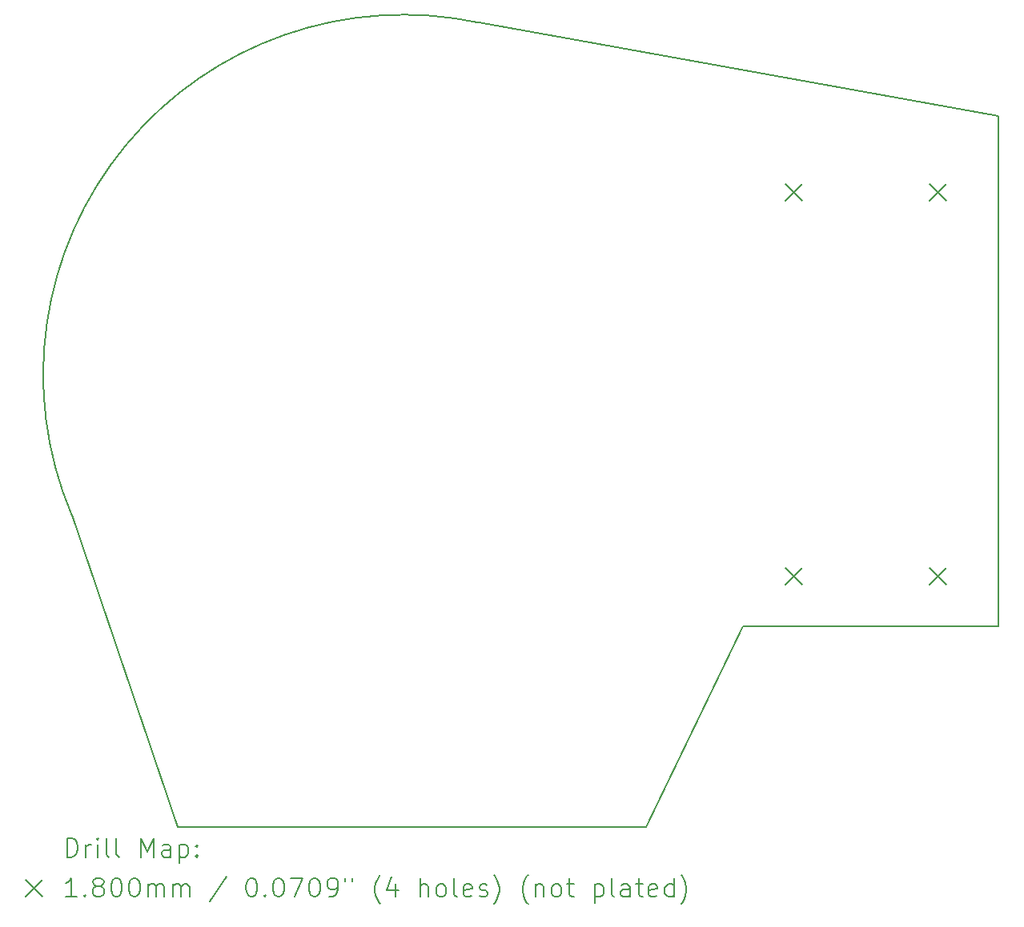
<source format=gbr>
%TF.GenerationSoftware,KiCad,Pcbnew,8.0.8*%
%TF.CreationDate,2025-03-20T22:04:10-04:00*%
%TF.ProjectId,EMP_Cyclone_SAO_v1,454d505f-4379-4636-9c6f-6e655f53414f,rev?*%
%TF.SameCoordinates,Original*%
%TF.FileFunction,Drillmap*%
%TF.FilePolarity,Positive*%
%FSLAX45Y45*%
G04 Gerber Fmt 4.5, Leading zero omitted, Abs format (unit mm)*
G04 Created by KiCad (PCBNEW 8.0.8) date 2025-03-20 22:04:10*
%MOMM*%
%LPD*%
G01*
G04 APERTURE LIST*
%ADD10C,0.200000*%
%ADD11C,0.180000*%
G04 APERTURE END LIST*
D10*
X7525000Y-14825000D02*
X12475000Y-14825000D01*
X12475000Y-14825000D02*
X13499982Y-12699992D01*
X16200000Y-12700000D02*
X16200000Y-7300000D01*
X13500000Y-12700000D02*
X16200000Y-12700000D01*
X7525000Y-14825000D02*
X6400000Y-11525000D01*
X6400000Y-11525000D02*
G75*
G02*
X10708155Y-6313907I3508155J1486093D01*
G01*
X16200000Y-7300000D02*
X10708155Y-6313907D01*
D11*
X13948000Y-8019000D02*
X14128000Y-8199000D01*
X14128000Y-8019000D02*
X13948000Y-8199000D01*
X13948000Y-12083000D02*
X14128000Y-12263000D01*
X14128000Y-12083000D02*
X13948000Y-12263000D01*
X15472000Y-8019000D02*
X15652000Y-8199000D01*
X15652000Y-8019000D02*
X15472000Y-8199000D01*
X15472000Y-12083000D02*
X15652000Y-12263000D01*
X15652000Y-12083000D02*
X15472000Y-12263000D01*
D10*
X6348994Y-15146484D02*
X6348994Y-14946484D01*
X6348994Y-14946484D02*
X6396613Y-14946484D01*
X6396613Y-14946484D02*
X6425185Y-14956008D01*
X6425185Y-14956008D02*
X6444232Y-14975055D01*
X6444232Y-14975055D02*
X6453756Y-14994103D01*
X6453756Y-14994103D02*
X6463280Y-15032198D01*
X6463280Y-15032198D02*
X6463280Y-15060769D01*
X6463280Y-15060769D02*
X6453756Y-15098865D01*
X6453756Y-15098865D02*
X6444232Y-15117912D01*
X6444232Y-15117912D02*
X6425185Y-15136960D01*
X6425185Y-15136960D02*
X6396613Y-15146484D01*
X6396613Y-15146484D02*
X6348994Y-15146484D01*
X6548994Y-15146484D02*
X6548994Y-15013150D01*
X6548994Y-15051246D02*
X6558518Y-15032198D01*
X6558518Y-15032198D02*
X6568042Y-15022674D01*
X6568042Y-15022674D02*
X6587089Y-15013150D01*
X6587089Y-15013150D02*
X6606137Y-15013150D01*
X6672804Y-15146484D02*
X6672804Y-15013150D01*
X6672804Y-14946484D02*
X6663280Y-14956008D01*
X6663280Y-14956008D02*
X6672804Y-14965531D01*
X6672804Y-14965531D02*
X6682327Y-14956008D01*
X6682327Y-14956008D02*
X6672804Y-14946484D01*
X6672804Y-14946484D02*
X6672804Y-14965531D01*
X6796613Y-15146484D02*
X6777565Y-15136960D01*
X6777565Y-15136960D02*
X6768042Y-15117912D01*
X6768042Y-15117912D02*
X6768042Y-14946484D01*
X6901375Y-15146484D02*
X6882327Y-15136960D01*
X6882327Y-15136960D02*
X6872804Y-15117912D01*
X6872804Y-15117912D02*
X6872804Y-14946484D01*
X7129946Y-15146484D02*
X7129946Y-14946484D01*
X7129946Y-14946484D02*
X7196613Y-15089341D01*
X7196613Y-15089341D02*
X7263280Y-14946484D01*
X7263280Y-14946484D02*
X7263280Y-15146484D01*
X7444232Y-15146484D02*
X7444232Y-15041722D01*
X7444232Y-15041722D02*
X7434708Y-15022674D01*
X7434708Y-15022674D02*
X7415661Y-15013150D01*
X7415661Y-15013150D02*
X7377565Y-15013150D01*
X7377565Y-15013150D02*
X7358518Y-15022674D01*
X7444232Y-15136960D02*
X7425185Y-15146484D01*
X7425185Y-15146484D02*
X7377565Y-15146484D01*
X7377565Y-15146484D02*
X7358518Y-15136960D01*
X7358518Y-15136960D02*
X7348994Y-15117912D01*
X7348994Y-15117912D02*
X7348994Y-15098865D01*
X7348994Y-15098865D02*
X7358518Y-15079817D01*
X7358518Y-15079817D02*
X7377565Y-15070293D01*
X7377565Y-15070293D02*
X7425185Y-15070293D01*
X7425185Y-15070293D02*
X7444232Y-15060769D01*
X7539470Y-15013150D02*
X7539470Y-15213150D01*
X7539470Y-15022674D02*
X7558518Y-15013150D01*
X7558518Y-15013150D02*
X7596613Y-15013150D01*
X7596613Y-15013150D02*
X7615661Y-15022674D01*
X7615661Y-15022674D02*
X7625185Y-15032198D01*
X7625185Y-15032198D02*
X7634708Y-15051246D01*
X7634708Y-15051246D02*
X7634708Y-15108388D01*
X7634708Y-15108388D02*
X7625185Y-15127436D01*
X7625185Y-15127436D02*
X7615661Y-15136960D01*
X7615661Y-15136960D02*
X7596613Y-15146484D01*
X7596613Y-15146484D02*
X7558518Y-15146484D01*
X7558518Y-15146484D02*
X7539470Y-15136960D01*
X7720423Y-15127436D02*
X7729946Y-15136960D01*
X7729946Y-15136960D02*
X7720423Y-15146484D01*
X7720423Y-15146484D02*
X7710899Y-15136960D01*
X7710899Y-15136960D02*
X7720423Y-15127436D01*
X7720423Y-15127436D02*
X7720423Y-15146484D01*
X7720423Y-15022674D02*
X7729946Y-15032198D01*
X7729946Y-15032198D02*
X7720423Y-15041722D01*
X7720423Y-15041722D02*
X7710899Y-15032198D01*
X7710899Y-15032198D02*
X7720423Y-15022674D01*
X7720423Y-15022674D02*
X7720423Y-15041722D01*
D11*
X5908217Y-15385000D02*
X6088217Y-15565000D01*
X6088217Y-15385000D02*
X5908217Y-15565000D01*
D10*
X6453756Y-15566484D02*
X6339470Y-15566484D01*
X6396613Y-15566484D02*
X6396613Y-15366484D01*
X6396613Y-15366484D02*
X6377565Y-15395055D01*
X6377565Y-15395055D02*
X6358518Y-15414103D01*
X6358518Y-15414103D02*
X6339470Y-15423627D01*
X6539470Y-15547436D02*
X6548994Y-15556960D01*
X6548994Y-15556960D02*
X6539470Y-15566484D01*
X6539470Y-15566484D02*
X6529946Y-15556960D01*
X6529946Y-15556960D02*
X6539470Y-15547436D01*
X6539470Y-15547436D02*
X6539470Y-15566484D01*
X6663280Y-15452198D02*
X6644232Y-15442674D01*
X6644232Y-15442674D02*
X6634708Y-15433150D01*
X6634708Y-15433150D02*
X6625185Y-15414103D01*
X6625185Y-15414103D02*
X6625185Y-15404579D01*
X6625185Y-15404579D02*
X6634708Y-15385531D01*
X6634708Y-15385531D02*
X6644232Y-15376008D01*
X6644232Y-15376008D02*
X6663280Y-15366484D01*
X6663280Y-15366484D02*
X6701375Y-15366484D01*
X6701375Y-15366484D02*
X6720423Y-15376008D01*
X6720423Y-15376008D02*
X6729946Y-15385531D01*
X6729946Y-15385531D02*
X6739470Y-15404579D01*
X6739470Y-15404579D02*
X6739470Y-15414103D01*
X6739470Y-15414103D02*
X6729946Y-15433150D01*
X6729946Y-15433150D02*
X6720423Y-15442674D01*
X6720423Y-15442674D02*
X6701375Y-15452198D01*
X6701375Y-15452198D02*
X6663280Y-15452198D01*
X6663280Y-15452198D02*
X6644232Y-15461722D01*
X6644232Y-15461722D02*
X6634708Y-15471246D01*
X6634708Y-15471246D02*
X6625185Y-15490293D01*
X6625185Y-15490293D02*
X6625185Y-15528388D01*
X6625185Y-15528388D02*
X6634708Y-15547436D01*
X6634708Y-15547436D02*
X6644232Y-15556960D01*
X6644232Y-15556960D02*
X6663280Y-15566484D01*
X6663280Y-15566484D02*
X6701375Y-15566484D01*
X6701375Y-15566484D02*
X6720423Y-15556960D01*
X6720423Y-15556960D02*
X6729946Y-15547436D01*
X6729946Y-15547436D02*
X6739470Y-15528388D01*
X6739470Y-15528388D02*
X6739470Y-15490293D01*
X6739470Y-15490293D02*
X6729946Y-15471246D01*
X6729946Y-15471246D02*
X6720423Y-15461722D01*
X6720423Y-15461722D02*
X6701375Y-15452198D01*
X6863280Y-15366484D02*
X6882327Y-15366484D01*
X6882327Y-15366484D02*
X6901375Y-15376008D01*
X6901375Y-15376008D02*
X6910899Y-15385531D01*
X6910899Y-15385531D02*
X6920423Y-15404579D01*
X6920423Y-15404579D02*
X6929946Y-15442674D01*
X6929946Y-15442674D02*
X6929946Y-15490293D01*
X6929946Y-15490293D02*
X6920423Y-15528388D01*
X6920423Y-15528388D02*
X6910899Y-15547436D01*
X6910899Y-15547436D02*
X6901375Y-15556960D01*
X6901375Y-15556960D02*
X6882327Y-15566484D01*
X6882327Y-15566484D02*
X6863280Y-15566484D01*
X6863280Y-15566484D02*
X6844232Y-15556960D01*
X6844232Y-15556960D02*
X6834708Y-15547436D01*
X6834708Y-15547436D02*
X6825185Y-15528388D01*
X6825185Y-15528388D02*
X6815661Y-15490293D01*
X6815661Y-15490293D02*
X6815661Y-15442674D01*
X6815661Y-15442674D02*
X6825185Y-15404579D01*
X6825185Y-15404579D02*
X6834708Y-15385531D01*
X6834708Y-15385531D02*
X6844232Y-15376008D01*
X6844232Y-15376008D02*
X6863280Y-15366484D01*
X7053756Y-15366484D02*
X7072804Y-15366484D01*
X7072804Y-15366484D02*
X7091851Y-15376008D01*
X7091851Y-15376008D02*
X7101375Y-15385531D01*
X7101375Y-15385531D02*
X7110899Y-15404579D01*
X7110899Y-15404579D02*
X7120423Y-15442674D01*
X7120423Y-15442674D02*
X7120423Y-15490293D01*
X7120423Y-15490293D02*
X7110899Y-15528388D01*
X7110899Y-15528388D02*
X7101375Y-15547436D01*
X7101375Y-15547436D02*
X7091851Y-15556960D01*
X7091851Y-15556960D02*
X7072804Y-15566484D01*
X7072804Y-15566484D02*
X7053756Y-15566484D01*
X7053756Y-15566484D02*
X7034708Y-15556960D01*
X7034708Y-15556960D02*
X7025185Y-15547436D01*
X7025185Y-15547436D02*
X7015661Y-15528388D01*
X7015661Y-15528388D02*
X7006137Y-15490293D01*
X7006137Y-15490293D02*
X7006137Y-15442674D01*
X7006137Y-15442674D02*
X7015661Y-15404579D01*
X7015661Y-15404579D02*
X7025185Y-15385531D01*
X7025185Y-15385531D02*
X7034708Y-15376008D01*
X7034708Y-15376008D02*
X7053756Y-15366484D01*
X7206137Y-15566484D02*
X7206137Y-15433150D01*
X7206137Y-15452198D02*
X7215661Y-15442674D01*
X7215661Y-15442674D02*
X7234708Y-15433150D01*
X7234708Y-15433150D02*
X7263280Y-15433150D01*
X7263280Y-15433150D02*
X7282327Y-15442674D01*
X7282327Y-15442674D02*
X7291851Y-15461722D01*
X7291851Y-15461722D02*
X7291851Y-15566484D01*
X7291851Y-15461722D02*
X7301375Y-15442674D01*
X7301375Y-15442674D02*
X7320423Y-15433150D01*
X7320423Y-15433150D02*
X7348994Y-15433150D01*
X7348994Y-15433150D02*
X7368042Y-15442674D01*
X7368042Y-15442674D02*
X7377566Y-15461722D01*
X7377566Y-15461722D02*
X7377566Y-15566484D01*
X7472804Y-15566484D02*
X7472804Y-15433150D01*
X7472804Y-15452198D02*
X7482327Y-15442674D01*
X7482327Y-15442674D02*
X7501375Y-15433150D01*
X7501375Y-15433150D02*
X7529947Y-15433150D01*
X7529947Y-15433150D02*
X7548994Y-15442674D01*
X7548994Y-15442674D02*
X7558518Y-15461722D01*
X7558518Y-15461722D02*
X7558518Y-15566484D01*
X7558518Y-15461722D02*
X7568042Y-15442674D01*
X7568042Y-15442674D02*
X7587089Y-15433150D01*
X7587089Y-15433150D02*
X7615661Y-15433150D01*
X7615661Y-15433150D02*
X7634708Y-15442674D01*
X7634708Y-15442674D02*
X7644232Y-15461722D01*
X7644232Y-15461722D02*
X7644232Y-15566484D01*
X8034708Y-15356960D02*
X7863280Y-15614103D01*
X8291851Y-15366484D02*
X8310899Y-15366484D01*
X8310899Y-15366484D02*
X8329947Y-15376008D01*
X8329947Y-15376008D02*
X8339470Y-15385531D01*
X8339470Y-15385531D02*
X8348994Y-15404579D01*
X8348994Y-15404579D02*
X8358518Y-15442674D01*
X8358518Y-15442674D02*
X8358518Y-15490293D01*
X8358518Y-15490293D02*
X8348994Y-15528388D01*
X8348994Y-15528388D02*
X8339470Y-15547436D01*
X8339470Y-15547436D02*
X8329947Y-15556960D01*
X8329947Y-15556960D02*
X8310899Y-15566484D01*
X8310899Y-15566484D02*
X8291851Y-15566484D01*
X8291851Y-15566484D02*
X8272804Y-15556960D01*
X8272804Y-15556960D02*
X8263280Y-15547436D01*
X8263280Y-15547436D02*
X8253756Y-15528388D01*
X8253756Y-15528388D02*
X8244232Y-15490293D01*
X8244232Y-15490293D02*
X8244232Y-15442674D01*
X8244232Y-15442674D02*
X8253756Y-15404579D01*
X8253756Y-15404579D02*
X8263280Y-15385531D01*
X8263280Y-15385531D02*
X8272804Y-15376008D01*
X8272804Y-15376008D02*
X8291851Y-15366484D01*
X8444232Y-15547436D02*
X8453756Y-15556960D01*
X8453756Y-15556960D02*
X8444232Y-15566484D01*
X8444232Y-15566484D02*
X8434709Y-15556960D01*
X8434709Y-15556960D02*
X8444232Y-15547436D01*
X8444232Y-15547436D02*
X8444232Y-15566484D01*
X8577566Y-15366484D02*
X8596613Y-15366484D01*
X8596613Y-15366484D02*
X8615661Y-15376008D01*
X8615661Y-15376008D02*
X8625185Y-15385531D01*
X8625185Y-15385531D02*
X8634709Y-15404579D01*
X8634709Y-15404579D02*
X8644232Y-15442674D01*
X8644232Y-15442674D02*
X8644232Y-15490293D01*
X8644232Y-15490293D02*
X8634709Y-15528388D01*
X8634709Y-15528388D02*
X8625185Y-15547436D01*
X8625185Y-15547436D02*
X8615661Y-15556960D01*
X8615661Y-15556960D02*
X8596613Y-15566484D01*
X8596613Y-15566484D02*
X8577566Y-15566484D01*
X8577566Y-15566484D02*
X8558518Y-15556960D01*
X8558518Y-15556960D02*
X8548994Y-15547436D01*
X8548994Y-15547436D02*
X8539471Y-15528388D01*
X8539471Y-15528388D02*
X8529947Y-15490293D01*
X8529947Y-15490293D02*
X8529947Y-15442674D01*
X8529947Y-15442674D02*
X8539471Y-15404579D01*
X8539471Y-15404579D02*
X8548994Y-15385531D01*
X8548994Y-15385531D02*
X8558518Y-15376008D01*
X8558518Y-15376008D02*
X8577566Y-15366484D01*
X8710899Y-15366484D02*
X8844232Y-15366484D01*
X8844232Y-15366484D02*
X8758518Y-15566484D01*
X8958518Y-15366484D02*
X8977566Y-15366484D01*
X8977566Y-15366484D02*
X8996613Y-15376008D01*
X8996613Y-15376008D02*
X9006137Y-15385531D01*
X9006137Y-15385531D02*
X9015661Y-15404579D01*
X9015661Y-15404579D02*
X9025185Y-15442674D01*
X9025185Y-15442674D02*
X9025185Y-15490293D01*
X9025185Y-15490293D02*
X9015661Y-15528388D01*
X9015661Y-15528388D02*
X9006137Y-15547436D01*
X9006137Y-15547436D02*
X8996613Y-15556960D01*
X8996613Y-15556960D02*
X8977566Y-15566484D01*
X8977566Y-15566484D02*
X8958518Y-15566484D01*
X8958518Y-15566484D02*
X8939471Y-15556960D01*
X8939471Y-15556960D02*
X8929947Y-15547436D01*
X8929947Y-15547436D02*
X8920423Y-15528388D01*
X8920423Y-15528388D02*
X8910899Y-15490293D01*
X8910899Y-15490293D02*
X8910899Y-15442674D01*
X8910899Y-15442674D02*
X8920423Y-15404579D01*
X8920423Y-15404579D02*
X8929947Y-15385531D01*
X8929947Y-15385531D02*
X8939471Y-15376008D01*
X8939471Y-15376008D02*
X8958518Y-15366484D01*
X9120423Y-15566484D02*
X9158518Y-15566484D01*
X9158518Y-15566484D02*
X9177566Y-15556960D01*
X9177566Y-15556960D02*
X9187090Y-15547436D01*
X9187090Y-15547436D02*
X9206137Y-15518865D01*
X9206137Y-15518865D02*
X9215661Y-15480769D01*
X9215661Y-15480769D02*
X9215661Y-15404579D01*
X9215661Y-15404579D02*
X9206137Y-15385531D01*
X9206137Y-15385531D02*
X9196613Y-15376008D01*
X9196613Y-15376008D02*
X9177566Y-15366484D01*
X9177566Y-15366484D02*
X9139471Y-15366484D01*
X9139471Y-15366484D02*
X9120423Y-15376008D01*
X9120423Y-15376008D02*
X9110899Y-15385531D01*
X9110899Y-15385531D02*
X9101375Y-15404579D01*
X9101375Y-15404579D02*
X9101375Y-15452198D01*
X9101375Y-15452198D02*
X9110899Y-15471246D01*
X9110899Y-15471246D02*
X9120423Y-15480769D01*
X9120423Y-15480769D02*
X9139471Y-15490293D01*
X9139471Y-15490293D02*
X9177566Y-15490293D01*
X9177566Y-15490293D02*
X9196613Y-15480769D01*
X9196613Y-15480769D02*
X9206137Y-15471246D01*
X9206137Y-15471246D02*
X9215661Y-15452198D01*
X9291852Y-15366484D02*
X9291852Y-15404579D01*
X9368042Y-15366484D02*
X9368042Y-15404579D01*
X9663280Y-15642674D02*
X9653756Y-15633150D01*
X9653756Y-15633150D02*
X9634709Y-15604579D01*
X9634709Y-15604579D02*
X9625185Y-15585531D01*
X9625185Y-15585531D02*
X9615661Y-15556960D01*
X9615661Y-15556960D02*
X9606137Y-15509341D01*
X9606137Y-15509341D02*
X9606137Y-15471246D01*
X9606137Y-15471246D02*
X9615661Y-15423627D01*
X9615661Y-15423627D02*
X9625185Y-15395055D01*
X9625185Y-15395055D02*
X9634709Y-15376008D01*
X9634709Y-15376008D02*
X9653756Y-15347436D01*
X9653756Y-15347436D02*
X9663280Y-15337912D01*
X9825185Y-15433150D02*
X9825185Y-15566484D01*
X9777566Y-15356960D02*
X9729947Y-15499817D01*
X9729947Y-15499817D02*
X9853756Y-15499817D01*
X10082328Y-15566484D02*
X10082328Y-15366484D01*
X10168042Y-15566484D02*
X10168042Y-15461722D01*
X10168042Y-15461722D02*
X10158518Y-15442674D01*
X10158518Y-15442674D02*
X10139471Y-15433150D01*
X10139471Y-15433150D02*
X10110899Y-15433150D01*
X10110899Y-15433150D02*
X10091852Y-15442674D01*
X10091852Y-15442674D02*
X10082328Y-15452198D01*
X10291852Y-15566484D02*
X10272804Y-15556960D01*
X10272804Y-15556960D02*
X10263280Y-15547436D01*
X10263280Y-15547436D02*
X10253756Y-15528388D01*
X10253756Y-15528388D02*
X10253756Y-15471246D01*
X10253756Y-15471246D02*
X10263280Y-15452198D01*
X10263280Y-15452198D02*
X10272804Y-15442674D01*
X10272804Y-15442674D02*
X10291852Y-15433150D01*
X10291852Y-15433150D02*
X10320423Y-15433150D01*
X10320423Y-15433150D02*
X10339471Y-15442674D01*
X10339471Y-15442674D02*
X10348995Y-15452198D01*
X10348995Y-15452198D02*
X10358518Y-15471246D01*
X10358518Y-15471246D02*
X10358518Y-15528388D01*
X10358518Y-15528388D02*
X10348995Y-15547436D01*
X10348995Y-15547436D02*
X10339471Y-15556960D01*
X10339471Y-15556960D02*
X10320423Y-15566484D01*
X10320423Y-15566484D02*
X10291852Y-15566484D01*
X10472804Y-15566484D02*
X10453756Y-15556960D01*
X10453756Y-15556960D02*
X10444233Y-15537912D01*
X10444233Y-15537912D02*
X10444233Y-15366484D01*
X10625185Y-15556960D02*
X10606137Y-15566484D01*
X10606137Y-15566484D02*
X10568042Y-15566484D01*
X10568042Y-15566484D02*
X10548995Y-15556960D01*
X10548995Y-15556960D02*
X10539471Y-15537912D01*
X10539471Y-15537912D02*
X10539471Y-15461722D01*
X10539471Y-15461722D02*
X10548995Y-15442674D01*
X10548995Y-15442674D02*
X10568042Y-15433150D01*
X10568042Y-15433150D02*
X10606137Y-15433150D01*
X10606137Y-15433150D02*
X10625185Y-15442674D01*
X10625185Y-15442674D02*
X10634709Y-15461722D01*
X10634709Y-15461722D02*
X10634709Y-15480769D01*
X10634709Y-15480769D02*
X10539471Y-15499817D01*
X10710899Y-15556960D02*
X10729947Y-15566484D01*
X10729947Y-15566484D02*
X10768042Y-15566484D01*
X10768042Y-15566484D02*
X10787090Y-15556960D01*
X10787090Y-15556960D02*
X10796614Y-15537912D01*
X10796614Y-15537912D02*
X10796614Y-15528388D01*
X10796614Y-15528388D02*
X10787090Y-15509341D01*
X10787090Y-15509341D02*
X10768042Y-15499817D01*
X10768042Y-15499817D02*
X10739471Y-15499817D01*
X10739471Y-15499817D02*
X10720423Y-15490293D01*
X10720423Y-15490293D02*
X10710899Y-15471246D01*
X10710899Y-15471246D02*
X10710899Y-15461722D01*
X10710899Y-15461722D02*
X10720423Y-15442674D01*
X10720423Y-15442674D02*
X10739471Y-15433150D01*
X10739471Y-15433150D02*
X10768042Y-15433150D01*
X10768042Y-15433150D02*
X10787090Y-15442674D01*
X10863280Y-15642674D02*
X10872804Y-15633150D01*
X10872804Y-15633150D02*
X10891852Y-15604579D01*
X10891852Y-15604579D02*
X10901376Y-15585531D01*
X10901376Y-15585531D02*
X10910899Y-15556960D01*
X10910899Y-15556960D02*
X10920423Y-15509341D01*
X10920423Y-15509341D02*
X10920423Y-15471246D01*
X10920423Y-15471246D02*
X10910899Y-15423627D01*
X10910899Y-15423627D02*
X10901376Y-15395055D01*
X10901376Y-15395055D02*
X10891852Y-15376008D01*
X10891852Y-15376008D02*
X10872804Y-15347436D01*
X10872804Y-15347436D02*
X10863280Y-15337912D01*
X11225185Y-15642674D02*
X11215661Y-15633150D01*
X11215661Y-15633150D02*
X11196614Y-15604579D01*
X11196614Y-15604579D02*
X11187090Y-15585531D01*
X11187090Y-15585531D02*
X11177566Y-15556960D01*
X11177566Y-15556960D02*
X11168042Y-15509341D01*
X11168042Y-15509341D02*
X11168042Y-15471246D01*
X11168042Y-15471246D02*
X11177566Y-15423627D01*
X11177566Y-15423627D02*
X11187090Y-15395055D01*
X11187090Y-15395055D02*
X11196614Y-15376008D01*
X11196614Y-15376008D02*
X11215661Y-15347436D01*
X11215661Y-15347436D02*
X11225185Y-15337912D01*
X11301375Y-15433150D02*
X11301375Y-15566484D01*
X11301375Y-15452198D02*
X11310899Y-15442674D01*
X11310899Y-15442674D02*
X11329947Y-15433150D01*
X11329947Y-15433150D02*
X11358518Y-15433150D01*
X11358518Y-15433150D02*
X11377566Y-15442674D01*
X11377566Y-15442674D02*
X11387090Y-15461722D01*
X11387090Y-15461722D02*
X11387090Y-15566484D01*
X11510899Y-15566484D02*
X11491852Y-15556960D01*
X11491852Y-15556960D02*
X11482328Y-15547436D01*
X11482328Y-15547436D02*
X11472804Y-15528388D01*
X11472804Y-15528388D02*
X11472804Y-15471246D01*
X11472804Y-15471246D02*
X11482328Y-15452198D01*
X11482328Y-15452198D02*
X11491852Y-15442674D01*
X11491852Y-15442674D02*
X11510899Y-15433150D01*
X11510899Y-15433150D02*
X11539471Y-15433150D01*
X11539471Y-15433150D02*
X11558518Y-15442674D01*
X11558518Y-15442674D02*
X11568042Y-15452198D01*
X11568042Y-15452198D02*
X11577566Y-15471246D01*
X11577566Y-15471246D02*
X11577566Y-15528388D01*
X11577566Y-15528388D02*
X11568042Y-15547436D01*
X11568042Y-15547436D02*
X11558518Y-15556960D01*
X11558518Y-15556960D02*
X11539471Y-15566484D01*
X11539471Y-15566484D02*
X11510899Y-15566484D01*
X11634709Y-15433150D02*
X11710899Y-15433150D01*
X11663280Y-15366484D02*
X11663280Y-15537912D01*
X11663280Y-15537912D02*
X11672804Y-15556960D01*
X11672804Y-15556960D02*
X11691852Y-15566484D01*
X11691852Y-15566484D02*
X11710899Y-15566484D01*
X11929947Y-15433150D02*
X11929947Y-15633150D01*
X11929947Y-15442674D02*
X11948995Y-15433150D01*
X11948995Y-15433150D02*
X11987090Y-15433150D01*
X11987090Y-15433150D02*
X12006137Y-15442674D01*
X12006137Y-15442674D02*
X12015661Y-15452198D01*
X12015661Y-15452198D02*
X12025185Y-15471246D01*
X12025185Y-15471246D02*
X12025185Y-15528388D01*
X12025185Y-15528388D02*
X12015661Y-15547436D01*
X12015661Y-15547436D02*
X12006137Y-15556960D01*
X12006137Y-15556960D02*
X11987090Y-15566484D01*
X11987090Y-15566484D02*
X11948995Y-15566484D01*
X11948995Y-15566484D02*
X11929947Y-15556960D01*
X12139471Y-15566484D02*
X12120423Y-15556960D01*
X12120423Y-15556960D02*
X12110899Y-15537912D01*
X12110899Y-15537912D02*
X12110899Y-15366484D01*
X12301376Y-15566484D02*
X12301376Y-15461722D01*
X12301376Y-15461722D02*
X12291852Y-15442674D01*
X12291852Y-15442674D02*
X12272804Y-15433150D01*
X12272804Y-15433150D02*
X12234709Y-15433150D01*
X12234709Y-15433150D02*
X12215661Y-15442674D01*
X12301376Y-15556960D02*
X12282328Y-15566484D01*
X12282328Y-15566484D02*
X12234709Y-15566484D01*
X12234709Y-15566484D02*
X12215661Y-15556960D01*
X12215661Y-15556960D02*
X12206137Y-15537912D01*
X12206137Y-15537912D02*
X12206137Y-15518865D01*
X12206137Y-15518865D02*
X12215661Y-15499817D01*
X12215661Y-15499817D02*
X12234709Y-15490293D01*
X12234709Y-15490293D02*
X12282328Y-15490293D01*
X12282328Y-15490293D02*
X12301376Y-15480769D01*
X12368042Y-15433150D02*
X12444233Y-15433150D01*
X12396614Y-15366484D02*
X12396614Y-15537912D01*
X12396614Y-15537912D02*
X12406137Y-15556960D01*
X12406137Y-15556960D02*
X12425185Y-15566484D01*
X12425185Y-15566484D02*
X12444233Y-15566484D01*
X12587090Y-15556960D02*
X12568042Y-15566484D01*
X12568042Y-15566484D02*
X12529947Y-15566484D01*
X12529947Y-15566484D02*
X12510899Y-15556960D01*
X12510899Y-15556960D02*
X12501376Y-15537912D01*
X12501376Y-15537912D02*
X12501376Y-15461722D01*
X12501376Y-15461722D02*
X12510899Y-15442674D01*
X12510899Y-15442674D02*
X12529947Y-15433150D01*
X12529947Y-15433150D02*
X12568042Y-15433150D01*
X12568042Y-15433150D02*
X12587090Y-15442674D01*
X12587090Y-15442674D02*
X12596614Y-15461722D01*
X12596614Y-15461722D02*
X12596614Y-15480769D01*
X12596614Y-15480769D02*
X12501376Y-15499817D01*
X12768042Y-15566484D02*
X12768042Y-15366484D01*
X12768042Y-15556960D02*
X12748995Y-15566484D01*
X12748995Y-15566484D02*
X12710899Y-15566484D01*
X12710899Y-15566484D02*
X12691852Y-15556960D01*
X12691852Y-15556960D02*
X12682328Y-15547436D01*
X12682328Y-15547436D02*
X12672804Y-15528388D01*
X12672804Y-15528388D02*
X12672804Y-15471246D01*
X12672804Y-15471246D02*
X12682328Y-15452198D01*
X12682328Y-15452198D02*
X12691852Y-15442674D01*
X12691852Y-15442674D02*
X12710899Y-15433150D01*
X12710899Y-15433150D02*
X12748995Y-15433150D01*
X12748995Y-15433150D02*
X12768042Y-15442674D01*
X12844233Y-15642674D02*
X12853757Y-15633150D01*
X12853757Y-15633150D02*
X12872804Y-15604579D01*
X12872804Y-15604579D02*
X12882328Y-15585531D01*
X12882328Y-15585531D02*
X12891852Y-15556960D01*
X12891852Y-15556960D02*
X12901376Y-15509341D01*
X12901376Y-15509341D02*
X12901376Y-15471246D01*
X12901376Y-15471246D02*
X12891852Y-15423627D01*
X12891852Y-15423627D02*
X12882328Y-15395055D01*
X12882328Y-15395055D02*
X12872804Y-15376008D01*
X12872804Y-15376008D02*
X12853757Y-15347436D01*
X12853757Y-15347436D02*
X12844233Y-15337912D01*
M02*

</source>
